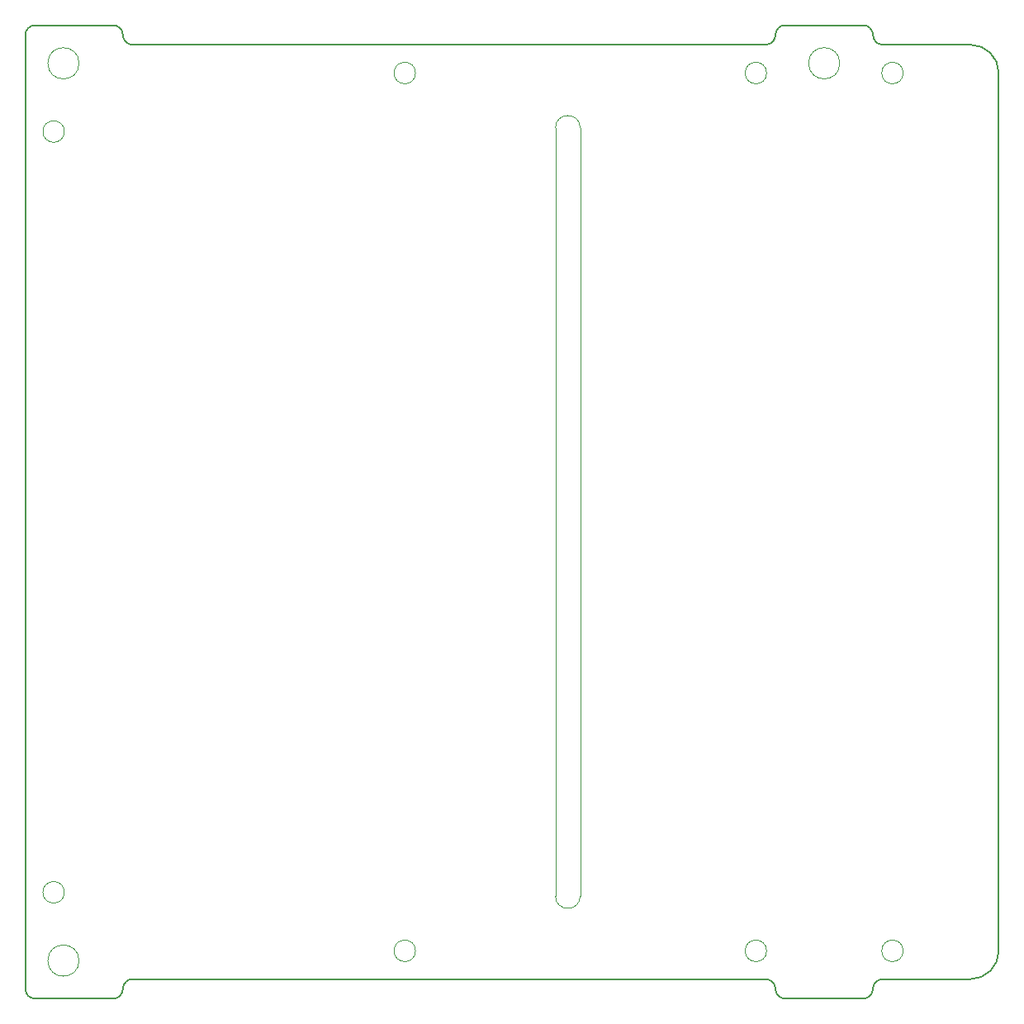
<source format=gbr>
%TF.GenerationSoftware,KiCad,Pcbnew,8.0.6-8.0.6-0~ubuntu24.04.1*%
%TF.CreationDate,2024-12-11T16:29:19+03:00*%
%TF.ProjectId,PM-RQ8,504d2d52-5138-42e6-9b69-6361645f7063,rev?*%
%TF.SameCoordinates,Original*%
%TF.FileFunction,Profile,NP*%
%FSLAX46Y46*%
G04 Gerber Fmt 4.6, Leading zero omitted, Abs format (unit mm)*
G04 Created by KiCad (PCBNEW 8.0.6-8.0.6-0~ubuntu24.04.1) date 2024-12-11 16:29:19*
%MOMM*%
%LPD*%
G01*
G04 APERTURE LIST*
%TA.AperFunction,Profile*%
%ADD10C,0.200000*%
%TD*%
%TA.AperFunction,Profile*%
%ADD11C,0.050000*%
%TD*%
G04 APERTURE END LIST*
D10*
X28000000Y-49900000D02*
G75*
G02*
X27000000Y-48900000I0J1000000D01*
G01*
X26000000Y-47900000D02*
G75*
G02*
X27000000Y-48900000I0J-1000000D01*
G01*
X-49900000Y48900000D02*
X-49900000Y-48900000D01*
X27000000Y48900000D02*
G75*
G02*
X26000000Y47900000I-1000000J0D01*
G01*
X-40900000Y49900000D02*
G75*
G02*
X-39900000Y48900000I0J-1000000D01*
G01*
X38000000Y-47900000D02*
X47000000Y-47900000D01*
D11*
X6985000Y-39370000D02*
X6985000Y39370000D01*
D10*
X49900000Y-45000000D02*
G75*
G02*
X47000000Y-47900000I-2900000J0D01*
G01*
D11*
X4445000Y39370000D02*
G75*
G02*
X6985000Y39370000I1270000J0D01*
G01*
D10*
X47000000Y47900000D02*
G75*
G02*
X49900000Y45000000I0J-2900000D01*
G01*
X47000000Y47900000D02*
X38000000Y47900000D01*
X-49900000Y48900000D02*
G75*
G02*
X-48900000Y49900000I1000000J0D01*
G01*
D11*
X6985000Y-39370000D02*
G75*
G02*
X4445000Y-39370000I-1270000J0D01*
G01*
D10*
X37000000Y-48900000D02*
G75*
G02*
X38000000Y-47900000I1000000J0D01*
G01*
X-48900000Y-49900000D02*
G75*
G02*
X-49900000Y-48900000I0J1000000D01*
G01*
X36000000Y49900000D02*
G75*
G02*
X37000000Y48900000I0J-1000000D01*
G01*
X49900000Y45000000D02*
X49900000Y-45000000D01*
X26000000Y-47900000D02*
X-38900000Y-47900000D01*
X-48900000Y-49900000D02*
X-40900000Y-49900000D01*
X36000000Y49900000D02*
X28000000Y49900000D01*
X28000000Y-49900000D02*
X36000000Y-49900000D01*
X-38900000Y47900000D02*
G75*
G02*
X-39900000Y48900000I0J1000000D01*
G01*
X37000000Y-48900000D02*
G75*
G02*
X36000000Y-49900000I-1000000J0D01*
G01*
X27000000Y48900000D02*
G75*
G02*
X28000000Y49900000I1000000J0D01*
G01*
X38000000Y47900000D02*
G75*
G02*
X37000000Y48900000I0J1000000D01*
G01*
X-39900000Y-48900000D02*
G75*
G02*
X-38900000Y-47900000I1000000J0D01*
G01*
X-48900000Y49900000D02*
X-40900000Y49900000D01*
X-39900000Y-48900000D02*
G75*
G02*
X-40900000Y-49900000I-1000000J0D01*
G01*
D11*
X4445000Y39370000D02*
X4445000Y-39370000D01*
D10*
X-38900000Y47900000D02*
X26000000Y47900000D01*
D11*
%TO.C,H3*%
X-44400000Y-46000000D02*
G75*
G02*
X-47600000Y-46000000I-1600000J0D01*
G01*
X-47600000Y-46000000D02*
G75*
G02*
X-44400000Y-46000000I1600000J0D01*
G01*
%TO.C,H2*%
X-44400000Y46000000D02*
G75*
G02*
X-47600000Y46000000I-1600000J0D01*
G01*
X-47600000Y46000000D02*
G75*
G02*
X-44400000Y46000000I1600000J0D01*
G01*
%TO.C,H1*%
X33600000Y46000000D02*
G75*
G02*
X30400000Y46000000I-1600000J0D01*
G01*
X30400000Y46000000D02*
G75*
G02*
X33600000Y46000000I1600000J0D01*
G01*
%TO.C,U4*%
X26100000Y45000000D02*
G75*
G02*
X23900000Y45000000I-1100000J0D01*
G01*
X23900000Y45000000D02*
G75*
G02*
X26100000Y45000000I1100000J0D01*
G01*
X26100000Y-45000000D02*
G75*
G02*
X23900000Y-45000000I-1100000J0D01*
G01*
X23900000Y-45000000D02*
G75*
G02*
X26100000Y-45000000I1100000J0D01*
G01*
X40100000Y45000000D02*
G75*
G02*
X37900000Y45000000I-1100000J0D01*
G01*
X37900000Y45000000D02*
G75*
G02*
X40100000Y45000000I1100000J0D01*
G01*
X40100000Y-45000000D02*
G75*
G02*
X37900000Y-45000000I-1100000J0D01*
G01*
X37900000Y-45000000D02*
G75*
G02*
X40100000Y-45000000I1100000J0D01*
G01*
%TO.C,U5*%
X-45900000Y39000000D02*
G75*
G02*
X-48100000Y39000000I-1100000J0D01*
G01*
X-48100000Y39000000D02*
G75*
G02*
X-45900000Y39000000I1100000J0D01*
G01*
X-45900000Y-39000000D02*
G75*
G02*
X-48100000Y-39000000I-1100000J0D01*
G01*
X-48100000Y-39000000D02*
G75*
G02*
X-45900000Y-39000000I1100000J0D01*
G01*
X-9900000Y45000000D02*
G75*
G02*
X-12100000Y45000000I-1100000J0D01*
G01*
X-12100000Y45000000D02*
G75*
G02*
X-9900000Y45000000I1100000J0D01*
G01*
X-9900000Y-45000000D02*
G75*
G02*
X-12100000Y-45000000I-1100000J0D01*
G01*
X-12100000Y-45000000D02*
G75*
G02*
X-9900000Y-45000000I1100000J0D01*
G01*
%TD*%
M02*

</source>
